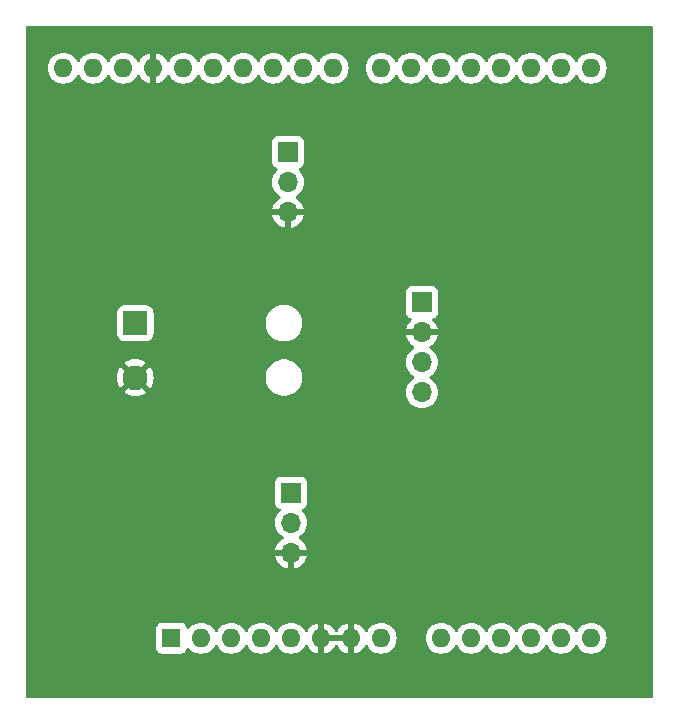
<source format=gbr>
%TF.GenerationSoftware,KiCad,Pcbnew,8.0.6*%
%TF.CreationDate,2025-01-14T17:09:45+01:00*%
%TF.ProjectId,Nivelador Laser,4e697665-6c61-4646-9f72-204c61736572,rev?*%
%TF.SameCoordinates,Original*%
%TF.FileFunction,Copper,L2,Bot*%
%TF.FilePolarity,Positive*%
%FSLAX46Y46*%
G04 Gerber Fmt 4.6, Leading zero omitted, Abs format (unit mm)*
G04 Created by KiCad (PCBNEW 8.0.6) date 2025-01-14 17:09:45*
%MOMM*%
%LPD*%
G01*
G04 APERTURE LIST*
G04 Aperture macros list*
%AMRoundRect*
0 Rectangle with rounded corners*
0 $1 Rounding radius*
0 $2 $3 $4 $5 $6 $7 $8 $9 X,Y pos of 4 corners*
0 Add a 4 corners polygon primitive as box body*
4,1,4,$2,$3,$4,$5,$6,$7,$8,$9,$2,$3,0*
0 Add four circle primitives for the rounded corners*
1,1,$1+$1,$2,$3*
1,1,$1+$1,$4,$5*
1,1,$1+$1,$6,$7*
1,1,$1+$1,$8,$9*
0 Add four rect primitives between the rounded corners*
20,1,$1+$1,$2,$3,$4,$5,0*
20,1,$1+$1,$4,$5,$6,$7,0*
20,1,$1+$1,$6,$7,$8,$9,0*
20,1,$1+$1,$8,$9,$2,$3,0*%
G04 Aperture macros list end*
%TA.AperFunction,ComponentPad*%
%ADD10R,1.700000X1.700000*%
%TD*%
%TA.AperFunction,ComponentPad*%
%ADD11O,1.700000X1.700000*%
%TD*%
%TA.AperFunction,ComponentPad*%
%ADD12RoundRect,0.250001X-0.799999X0.799999X-0.799999X-0.799999X0.799999X-0.799999X0.799999X0.799999X0*%
%TD*%
%TA.AperFunction,ComponentPad*%
%ADD13C,2.100000*%
%TD*%
%TA.AperFunction,ComponentPad*%
%ADD14R,1.600000X1.600000*%
%TD*%
%TA.AperFunction,ComponentPad*%
%ADD15O,1.600000X1.600000*%
%TD*%
G04 APERTURE END LIST*
D10*
%TO.P,Servo2,1,PWM*%
%TO.N,/SV2*%
X175895000Y-54864000D03*
D11*
%TO.P,Servo2,2,+*%
%TO.N,+5V*%
X175895000Y-57404000D03*
%TO.P,Servo2,3,-*%
%TO.N,GND*%
X175895000Y-59944000D03*
%TD*%
D10*
%TO.P,IMU1,1,Pin_1*%
%TO.N,+5V*%
X187223000Y-67574000D03*
D11*
%TO.P,IMU1,2,Pin_2*%
%TO.N,GND*%
X187223000Y-70114000D03*
%TO.P,IMU1,3,Pin_3*%
%TO.N,/IMU_SCL*%
X187223000Y-72654000D03*
%TO.P,IMU1,4,Pin_4*%
%TO.N,/IMU_SDA*%
X187223000Y-75194000D03*
%TD*%
D10*
%TO.P,Servo1,1,PWM*%
%TO.N,/SV1*%
X176149000Y-83693000D03*
D11*
%TO.P,Servo1,2,+*%
%TO.N,+5V*%
X176149000Y-86233000D03*
%TO.P,Servo1,3,-*%
%TO.N,GND*%
X176149000Y-88773000D03*
%TD*%
D12*
%TO.P,Laser1,1,Pin_1*%
%TO.N,/LSR*%
X162941000Y-69342000D03*
D13*
%TO.P,Laser1,2,Pin_2*%
%TO.N,GND*%
X162941000Y-73942000D03*
%TD*%
D14*
%TO.P,UNO1,1,NC*%
%TO.N,unconnected-(UNO1-NC-Pad1)*%
X165989000Y-96012000D03*
D15*
%TO.P,UNO1,2,IOREF*%
%TO.N,unconnected-(UNO1-IOREF-Pad2)*%
X168529000Y-96012000D03*
%TO.P,UNO1,3,~{RESET}*%
%TO.N,unconnected-(UNO1-~{RESET}-Pad3)*%
X171069000Y-96012000D03*
%TO.P,UNO1,4,3V3*%
%TO.N,unconnected-(UNO1-3V3-Pad4)*%
X173609000Y-96012000D03*
%TO.P,UNO1,5,+5V*%
%TO.N,+5V*%
X176149000Y-96012000D03*
%TO.P,UNO1,6,GND*%
%TO.N,GND*%
X178689000Y-96012000D03*
%TO.P,UNO1,7,GND*%
X181229000Y-96012000D03*
%TO.P,UNO1,8,VIN*%
%TO.N,unconnected-(UNO1-VIN-Pad8)*%
X183769000Y-96012000D03*
%TO.P,UNO1,9,A0*%
%TO.N,unconnected-(UNO1-A0-Pad9)*%
X188849000Y-96012000D03*
%TO.P,UNO1,10,A1*%
%TO.N,unconnected-(UNO1-A1-Pad10)*%
X191389000Y-96012000D03*
%TO.P,UNO1,11,A2*%
%TO.N,unconnected-(UNO1-A2-Pad11)*%
X193929000Y-96012000D03*
%TO.P,UNO1,12,A3*%
%TO.N,unconnected-(UNO1-A3-Pad12)*%
X196469000Y-96012000D03*
%TO.P,UNO1,13,SDA/A4*%
%TO.N,/IMU_SDA*%
X199009000Y-96012000D03*
%TO.P,UNO1,14,SCL/A5*%
%TO.N,/IMU_SCL*%
X201549000Y-96012000D03*
%TO.P,UNO1,15,D0/RX*%
%TO.N,unconnected-(UNO1-D0{slash}RX-Pad15)*%
X201549000Y-47752000D03*
%TO.P,UNO1,16,D1/TX*%
%TO.N,unconnected-(UNO1-D1{slash}TX-Pad16)*%
X199009000Y-47752000D03*
%TO.P,UNO1,17,D2*%
%TO.N,unconnected-(UNO1-D2-Pad17)*%
X196469000Y-47752000D03*
%TO.P,UNO1,18,D3*%
%TO.N,unconnected-(UNO1-D3-Pad18)*%
X193929000Y-47752000D03*
%TO.P,UNO1,19,D4*%
%TO.N,unconnected-(UNO1-D4-Pad19)*%
X191389000Y-47752000D03*
%TO.P,UNO1,20,D5*%
%TO.N,/SV1*%
X188849000Y-47752000D03*
%TO.P,UNO1,21,D6*%
%TO.N,/SV2*%
X186309000Y-47752000D03*
%TO.P,UNO1,22,D7*%
%TO.N,/LSR*%
X183769000Y-47752000D03*
%TO.P,UNO1,23,D8*%
%TO.N,unconnected-(UNO1-D8-Pad23)*%
X179709000Y-47752000D03*
%TO.P,UNO1,24,D9*%
%TO.N,unconnected-(UNO1-D9-Pad24)*%
X177169000Y-47752000D03*
%TO.P,UNO1,25,D10*%
%TO.N,unconnected-(UNO1-D10-Pad25)*%
X174629000Y-47752000D03*
%TO.P,UNO1,26,D11*%
%TO.N,unconnected-(UNO1-D11-Pad26)*%
X172089000Y-47752000D03*
%TO.P,UNO1,27,D12*%
%TO.N,unconnected-(UNO1-D12-Pad27)*%
X169549000Y-47752000D03*
%TO.P,UNO1,28,D13*%
%TO.N,unconnected-(UNO1-D13-Pad28)*%
X167009000Y-47752000D03*
%TO.P,UNO1,29,GND*%
%TO.N,GND*%
X164469000Y-47752000D03*
%TO.P,UNO1,30,AREF*%
%TO.N,unconnected-(UNO1-AREF-Pad30)*%
X161929000Y-47752000D03*
%TO.P,UNO1,31,SDA/A4*%
%TO.N,unconnected-(UNO1-SDA{slash}A4-Pad31)*%
X159389000Y-47752000D03*
%TO.P,UNO1,32,SCL/A5*%
%TO.N,unconnected-(UNO1-SCL{slash}A5-Pad32)*%
X156849000Y-47752000D03*
%TD*%
%TA.AperFunction,Conductor*%
%TO.N,GND*%
G36*
X180763075Y-95819007D02*
G01*
X180729000Y-95946174D01*
X180729000Y-96077826D01*
X180763075Y-96204993D01*
X180795988Y-96262000D01*
X179122012Y-96262000D01*
X179154925Y-96204993D01*
X179189000Y-96077826D01*
X179189000Y-95946174D01*
X179154925Y-95819007D01*
X179122012Y-95762000D01*
X180795988Y-95762000D01*
X180763075Y-95819007D01*
G37*
%TD.AperFunction*%
%TA.AperFunction,Conductor*%
G36*
X206706539Y-44208185D02*
G01*
X206752294Y-44260989D01*
X206763500Y-44312500D01*
X206763500Y-100975500D01*
X206743815Y-101042539D01*
X206691011Y-101088294D01*
X206639500Y-101099500D01*
X153786500Y-101099500D01*
X153719461Y-101079815D01*
X153673706Y-101027011D01*
X153662500Y-100975500D01*
X153662500Y-95164135D01*
X164688500Y-95164135D01*
X164688500Y-96859870D01*
X164688501Y-96859876D01*
X164694908Y-96919483D01*
X164745202Y-97054328D01*
X164745206Y-97054335D01*
X164831452Y-97169544D01*
X164831455Y-97169547D01*
X164946664Y-97255793D01*
X164946671Y-97255797D01*
X165081517Y-97306091D01*
X165081516Y-97306091D01*
X165088444Y-97306835D01*
X165141127Y-97312500D01*
X166836872Y-97312499D01*
X166896483Y-97306091D01*
X167031331Y-97255796D01*
X167146546Y-97169546D01*
X167232796Y-97054331D01*
X167283091Y-96919483D01*
X167286862Y-96884401D01*
X167313599Y-96819855D01*
X167370990Y-96780006D01*
X167440816Y-96777511D01*
X167500905Y-96813163D01*
X167511726Y-96826536D01*
X167528956Y-96851143D01*
X167689858Y-97012045D01*
X167689861Y-97012047D01*
X167876266Y-97142568D01*
X168082504Y-97238739D01*
X168302308Y-97297635D01*
X168464230Y-97311801D01*
X168528998Y-97317468D01*
X168529000Y-97317468D01*
X168529002Y-97317468D01*
X168585807Y-97312498D01*
X168755692Y-97297635D01*
X168975496Y-97238739D01*
X169181734Y-97142568D01*
X169368139Y-97012047D01*
X169529047Y-96851139D01*
X169659568Y-96664734D01*
X169686618Y-96606724D01*
X169732790Y-96554285D01*
X169799983Y-96535133D01*
X169866865Y-96555348D01*
X169911382Y-96606725D01*
X169938429Y-96664728D01*
X169938432Y-96664734D01*
X170068954Y-96851141D01*
X170229858Y-97012045D01*
X170229861Y-97012047D01*
X170416266Y-97142568D01*
X170622504Y-97238739D01*
X170842308Y-97297635D01*
X171004230Y-97311801D01*
X171068998Y-97317468D01*
X171069000Y-97317468D01*
X171069002Y-97317468D01*
X171125807Y-97312498D01*
X171295692Y-97297635D01*
X171515496Y-97238739D01*
X171721734Y-97142568D01*
X171908139Y-97012047D01*
X172069047Y-96851139D01*
X172199568Y-96664734D01*
X172226618Y-96606724D01*
X172272790Y-96554285D01*
X172339983Y-96535133D01*
X172406865Y-96555348D01*
X172451382Y-96606725D01*
X172478429Y-96664728D01*
X172478432Y-96664734D01*
X172608954Y-96851141D01*
X172769858Y-97012045D01*
X172769861Y-97012047D01*
X172956266Y-97142568D01*
X173162504Y-97238739D01*
X173382308Y-97297635D01*
X173544230Y-97311801D01*
X173608998Y-97317468D01*
X173609000Y-97317468D01*
X173609002Y-97317468D01*
X173665807Y-97312498D01*
X173835692Y-97297635D01*
X174055496Y-97238739D01*
X174261734Y-97142568D01*
X174448139Y-97012047D01*
X174609047Y-96851139D01*
X174739568Y-96664734D01*
X174766618Y-96606724D01*
X174812790Y-96554285D01*
X174879983Y-96535133D01*
X174946865Y-96555348D01*
X174991382Y-96606725D01*
X175018429Y-96664728D01*
X175018432Y-96664734D01*
X175148954Y-96851141D01*
X175309858Y-97012045D01*
X175309861Y-97012047D01*
X175496266Y-97142568D01*
X175702504Y-97238739D01*
X175922308Y-97297635D01*
X176084230Y-97311801D01*
X176148998Y-97317468D01*
X176149000Y-97317468D01*
X176149002Y-97317468D01*
X176205807Y-97312498D01*
X176375692Y-97297635D01*
X176595496Y-97238739D01*
X176801734Y-97142568D01*
X176988139Y-97012047D01*
X177149047Y-96851139D01*
X177279568Y-96664734D01*
X177306895Y-96606129D01*
X177353064Y-96553695D01*
X177420257Y-96534542D01*
X177487139Y-96554757D01*
X177531657Y-96606133D01*
X177558865Y-96664482D01*
X177689342Y-96850820D01*
X177850179Y-97011657D01*
X178036517Y-97142134D01*
X178242673Y-97238265D01*
X178242682Y-97238269D01*
X178438999Y-97290872D01*
X178439000Y-97290871D01*
X178439000Y-96445012D01*
X178496007Y-96477925D01*
X178623174Y-96512000D01*
X178754826Y-96512000D01*
X178881993Y-96477925D01*
X178939000Y-96445012D01*
X178939000Y-97290872D01*
X179135317Y-97238269D01*
X179135326Y-97238265D01*
X179341482Y-97142134D01*
X179527820Y-97011657D01*
X179688657Y-96850820D01*
X179819134Y-96664481D01*
X179819135Y-96664479D01*
X179846618Y-96605543D01*
X179892790Y-96553103D01*
X179959983Y-96533951D01*
X180026864Y-96554166D01*
X180071382Y-96605543D01*
X180098864Y-96664479D01*
X180098865Y-96664481D01*
X180229342Y-96850820D01*
X180390179Y-97011657D01*
X180576517Y-97142134D01*
X180782673Y-97238265D01*
X180782682Y-97238269D01*
X180978999Y-97290872D01*
X180979000Y-97290871D01*
X180979000Y-96445012D01*
X181036007Y-96477925D01*
X181163174Y-96512000D01*
X181294826Y-96512000D01*
X181421993Y-96477925D01*
X181479000Y-96445012D01*
X181479000Y-97290872D01*
X181675317Y-97238269D01*
X181675326Y-97238265D01*
X181881482Y-97142134D01*
X182067820Y-97011657D01*
X182228657Y-96850820D01*
X182359132Y-96664484D01*
X182386341Y-96606134D01*
X182432513Y-96553695D01*
X182499707Y-96534542D01*
X182566588Y-96554757D01*
X182611106Y-96606133D01*
X182638431Y-96664732D01*
X182638432Y-96664734D01*
X182768954Y-96851141D01*
X182929858Y-97012045D01*
X182929861Y-97012047D01*
X183116266Y-97142568D01*
X183322504Y-97238739D01*
X183542308Y-97297635D01*
X183704230Y-97311801D01*
X183768998Y-97317468D01*
X183769000Y-97317468D01*
X183769002Y-97317468D01*
X183825807Y-97312498D01*
X183995692Y-97297635D01*
X184215496Y-97238739D01*
X184421734Y-97142568D01*
X184608139Y-97012047D01*
X184769047Y-96851139D01*
X184899568Y-96664734D01*
X184995739Y-96458496D01*
X185054635Y-96238692D01*
X185074468Y-96012000D01*
X185074468Y-96011998D01*
X187543532Y-96011998D01*
X187543532Y-96012001D01*
X187563364Y-96238686D01*
X187563366Y-96238697D01*
X187622258Y-96458488D01*
X187622261Y-96458497D01*
X187718431Y-96664732D01*
X187718432Y-96664734D01*
X187848954Y-96851141D01*
X188009858Y-97012045D01*
X188009861Y-97012047D01*
X188196266Y-97142568D01*
X188402504Y-97238739D01*
X188622308Y-97297635D01*
X188784230Y-97311801D01*
X188848998Y-97317468D01*
X188849000Y-97317468D01*
X188849002Y-97317468D01*
X188905807Y-97312498D01*
X189075692Y-97297635D01*
X189295496Y-97238739D01*
X189501734Y-97142568D01*
X189688139Y-97012047D01*
X189849047Y-96851139D01*
X189979568Y-96664734D01*
X190006618Y-96606724D01*
X190052790Y-96554285D01*
X190119983Y-96535133D01*
X190186865Y-96555348D01*
X190231382Y-96606725D01*
X190258429Y-96664728D01*
X190258432Y-96664734D01*
X190388954Y-96851141D01*
X190549858Y-97012045D01*
X190549861Y-97012047D01*
X190736266Y-97142568D01*
X190942504Y-97238739D01*
X191162308Y-97297635D01*
X191324230Y-97311801D01*
X191388998Y-97317468D01*
X191389000Y-97317468D01*
X191389002Y-97317468D01*
X191445807Y-97312498D01*
X191615692Y-97297635D01*
X191835496Y-97238739D01*
X192041734Y-97142568D01*
X192228139Y-97012047D01*
X192389047Y-96851139D01*
X192519568Y-96664734D01*
X192546618Y-96606724D01*
X192592790Y-96554285D01*
X192659983Y-96535133D01*
X192726865Y-96555348D01*
X192771382Y-96606725D01*
X192798429Y-96664728D01*
X192798432Y-96664734D01*
X192928954Y-96851141D01*
X193089858Y-97012045D01*
X193089861Y-97012047D01*
X193276266Y-97142568D01*
X193482504Y-97238739D01*
X193702308Y-97297635D01*
X193864230Y-97311801D01*
X193928998Y-97317468D01*
X193929000Y-97317468D01*
X193929002Y-97317468D01*
X193985807Y-97312498D01*
X194155692Y-97297635D01*
X194375496Y-97238739D01*
X194581734Y-97142568D01*
X194768139Y-97012047D01*
X194929047Y-96851139D01*
X195059568Y-96664734D01*
X195086618Y-96606724D01*
X195132790Y-96554285D01*
X195199983Y-96535133D01*
X195266865Y-96555348D01*
X195311382Y-96606725D01*
X195338429Y-96664728D01*
X195338432Y-96664734D01*
X195468954Y-96851141D01*
X195629858Y-97012045D01*
X195629861Y-97012047D01*
X195816266Y-97142568D01*
X196022504Y-97238739D01*
X196242308Y-97297635D01*
X196404230Y-97311801D01*
X196468998Y-97317468D01*
X196469000Y-97317468D01*
X196469002Y-97317468D01*
X196525807Y-97312498D01*
X196695692Y-97297635D01*
X196915496Y-97238739D01*
X197121734Y-97142568D01*
X197308139Y-97012047D01*
X197469047Y-96851139D01*
X197599568Y-96664734D01*
X197626618Y-96606724D01*
X197672790Y-96554285D01*
X197739983Y-96535133D01*
X197806865Y-96555348D01*
X197851382Y-96606725D01*
X197878429Y-96664728D01*
X197878432Y-96664734D01*
X198008954Y-96851141D01*
X198169858Y-97012045D01*
X198169861Y-97012047D01*
X198356266Y-97142568D01*
X198562504Y-97238739D01*
X198782308Y-97297635D01*
X198944230Y-97311801D01*
X199008998Y-97317468D01*
X199009000Y-97317468D01*
X199009002Y-97317468D01*
X199065807Y-97312498D01*
X199235692Y-97297635D01*
X199455496Y-97238739D01*
X199661734Y-97142568D01*
X199848139Y-97012047D01*
X200009047Y-96851139D01*
X200139568Y-96664734D01*
X200166618Y-96606724D01*
X200212790Y-96554285D01*
X200279983Y-96535133D01*
X200346865Y-96555348D01*
X200391382Y-96606725D01*
X200418429Y-96664728D01*
X200418432Y-96664734D01*
X200548954Y-96851141D01*
X200709858Y-97012045D01*
X200709861Y-97012047D01*
X200896266Y-97142568D01*
X201102504Y-97238739D01*
X201322308Y-97297635D01*
X201484230Y-97311801D01*
X201548998Y-97317468D01*
X201549000Y-97317468D01*
X201549002Y-97317468D01*
X201605807Y-97312498D01*
X201775692Y-97297635D01*
X201995496Y-97238739D01*
X202201734Y-97142568D01*
X202388139Y-97012047D01*
X202549047Y-96851139D01*
X202679568Y-96664734D01*
X202775739Y-96458496D01*
X202834635Y-96238692D01*
X202854468Y-96012000D01*
X202834635Y-95785308D01*
X202775739Y-95565504D01*
X202679568Y-95359266D01*
X202549047Y-95172861D01*
X202549045Y-95172858D01*
X202388141Y-95011954D01*
X202201734Y-94881432D01*
X202201732Y-94881431D01*
X201995497Y-94785261D01*
X201995488Y-94785258D01*
X201775697Y-94726366D01*
X201775693Y-94726365D01*
X201775692Y-94726365D01*
X201775691Y-94726364D01*
X201775686Y-94726364D01*
X201549002Y-94706532D01*
X201548998Y-94706532D01*
X201322313Y-94726364D01*
X201322302Y-94726366D01*
X201102511Y-94785258D01*
X201102502Y-94785261D01*
X200896267Y-94881431D01*
X200896265Y-94881432D01*
X200709858Y-95011954D01*
X200548954Y-95172858D01*
X200418432Y-95359265D01*
X200418431Y-95359267D01*
X200391382Y-95417275D01*
X200345209Y-95469714D01*
X200278016Y-95488866D01*
X200211135Y-95468650D01*
X200166618Y-95417275D01*
X200139686Y-95359520D01*
X200139568Y-95359266D01*
X200009047Y-95172861D01*
X200009045Y-95172858D01*
X199848141Y-95011954D01*
X199661734Y-94881432D01*
X199661732Y-94881431D01*
X199455497Y-94785261D01*
X199455488Y-94785258D01*
X199235697Y-94726366D01*
X199235693Y-94726365D01*
X199235692Y-94726365D01*
X199235691Y-94726364D01*
X199235686Y-94726364D01*
X199009002Y-94706532D01*
X199008998Y-94706532D01*
X198782313Y-94726364D01*
X198782302Y-94726366D01*
X198562511Y-94785258D01*
X198562502Y-94785261D01*
X198356267Y-94881431D01*
X198356265Y-94881432D01*
X198169858Y-95011954D01*
X198008954Y-95172858D01*
X197878432Y-95359265D01*
X197878431Y-95359267D01*
X197851382Y-95417275D01*
X197805209Y-95469714D01*
X197738016Y-95488866D01*
X197671135Y-95468650D01*
X197626618Y-95417275D01*
X197599686Y-95359520D01*
X197599568Y-95359266D01*
X197469047Y-95172861D01*
X197469045Y-95172858D01*
X197308141Y-95011954D01*
X197121734Y-94881432D01*
X197121732Y-94881431D01*
X196915497Y-94785261D01*
X196915488Y-94785258D01*
X196695697Y-94726366D01*
X196695693Y-94726365D01*
X196695692Y-94726365D01*
X196695691Y-94726364D01*
X196695686Y-94726364D01*
X196469002Y-94706532D01*
X196468998Y-94706532D01*
X196242313Y-94726364D01*
X196242302Y-94726366D01*
X196022511Y-94785258D01*
X196022502Y-94785261D01*
X195816267Y-94881431D01*
X195816265Y-94881432D01*
X195629858Y-95011954D01*
X195468954Y-95172858D01*
X195338432Y-95359265D01*
X195338431Y-95359267D01*
X195311382Y-95417275D01*
X195265209Y-95469714D01*
X195198016Y-95488866D01*
X195131135Y-95468650D01*
X195086618Y-95417275D01*
X195059686Y-95359520D01*
X195059568Y-95359266D01*
X194929047Y-95172861D01*
X194929045Y-95172858D01*
X194768141Y-95011954D01*
X194581734Y-94881432D01*
X194581732Y-94881431D01*
X194375497Y-94785261D01*
X194375488Y-94785258D01*
X194155697Y-94726366D01*
X194155693Y-94726365D01*
X194155692Y-94726365D01*
X194155691Y-94726364D01*
X194155686Y-94726364D01*
X193929002Y-94706532D01*
X193928998Y-94706532D01*
X193702313Y-94726364D01*
X193702302Y-94726366D01*
X193482511Y-94785258D01*
X193482502Y-94785261D01*
X193276267Y-94881431D01*
X193276265Y-94881432D01*
X193089858Y-95011954D01*
X192928954Y-95172858D01*
X192798432Y-95359265D01*
X192798431Y-95359267D01*
X192771382Y-95417275D01*
X192725209Y-95469714D01*
X192658016Y-95488866D01*
X192591135Y-95468650D01*
X192546618Y-95417275D01*
X192519686Y-95359520D01*
X192519568Y-95359266D01*
X192389047Y-95172861D01*
X192389045Y-95172858D01*
X192228141Y-95011954D01*
X192041734Y-94881432D01*
X192041732Y-94881431D01*
X191835497Y-94785261D01*
X191835488Y-94785258D01*
X191615697Y-94726366D01*
X191615693Y-94726365D01*
X191615692Y-94726365D01*
X191615691Y-94726364D01*
X191615686Y-94726364D01*
X191389002Y-94706532D01*
X191388998Y-94706532D01*
X191162313Y-94726364D01*
X191162302Y-94726366D01*
X190942511Y-94785258D01*
X190942502Y-94785261D01*
X190736267Y-94881431D01*
X190736265Y-94881432D01*
X190549858Y-95011954D01*
X190388954Y-95172858D01*
X190258432Y-95359265D01*
X190258431Y-95359267D01*
X190231382Y-95417275D01*
X190185209Y-95469714D01*
X190118016Y-95488866D01*
X190051135Y-95468650D01*
X190006618Y-95417275D01*
X189979686Y-95359520D01*
X189979568Y-95359266D01*
X189849047Y-95172861D01*
X189849045Y-95172858D01*
X189688141Y-95011954D01*
X189501734Y-94881432D01*
X189501732Y-94881431D01*
X189295497Y-94785261D01*
X189295488Y-94785258D01*
X189075697Y-94726366D01*
X189075693Y-94726365D01*
X189075692Y-94726365D01*
X189075691Y-94726364D01*
X189075686Y-94726364D01*
X188849002Y-94706532D01*
X188848998Y-94706532D01*
X188622313Y-94726364D01*
X188622302Y-94726366D01*
X188402511Y-94785258D01*
X188402502Y-94785261D01*
X188196267Y-94881431D01*
X188196265Y-94881432D01*
X188009858Y-95011954D01*
X187848954Y-95172858D01*
X187718432Y-95359265D01*
X187718431Y-95359267D01*
X187622261Y-95565502D01*
X187622258Y-95565511D01*
X187563366Y-95785302D01*
X187563364Y-95785313D01*
X187543532Y-96011998D01*
X185074468Y-96011998D01*
X185054635Y-95785308D01*
X184995739Y-95565504D01*
X184899568Y-95359266D01*
X184769047Y-95172861D01*
X184769045Y-95172858D01*
X184608141Y-95011954D01*
X184421734Y-94881432D01*
X184421732Y-94881431D01*
X184215497Y-94785261D01*
X184215488Y-94785258D01*
X183995697Y-94726366D01*
X183995693Y-94726365D01*
X183995692Y-94726365D01*
X183995691Y-94726364D01*
X183995686Y-94726364D01*
X183769002Y-94706532D01*
X183768998Y-94706532D01*
X183542313Y-94726364D01*
X183542302Y-94726366D01*
X183322511Y-94785258D01*
X183322502Y-94785261D01*
X183116267Y-94881431D01*
X183116265Y-94881432D01*
X182929858Y-95011954D01*
X182768954Y-95172858D01*
X182638433Y-95359264D01*
X182638432Y-95359266D01*
X182638315Y-95359518D01*
X182611106Y-95417867D01*
X182564933Y-95470306D01*
X182497739Y-95489457D01*
X182430858Y-95469241D01*
X182386342Y-95417865D01*
X182359135Y-95359520D01*
X182359134Y-95359518D01*
X182228657Y-95173179D01*
X182067820Y-95012342D01*
X181881482Y-94881865D01*
X181675328Y-94785734D01*
X181479000Y-94733127D01*
X181479000Y-95578988D01*
X181421993Y-95546075D01*
X181294826Y-95512000D01*
X181163174Y-95512000D01*
X181036007Y-95546075D01*
X180979000Y-95578988D01*
X180979000Y-94733127D01*
X180782671Y-94785734D01*
X180576517Y-94881865D01*
X180390179Y-95012342D01*
X180229342Y-95173179D01*
X180098865Y-95359517D01*
X180071382Y-95418457D01*
X180025210Y-95470896D01*
X179958016Y-95490048D01*
X179891135Y-95469832D01*
X179846618Y-95418457D01*
X179819134Y-95359517D01*
X179688657Y-95173179D01*
X179527820Y-95012342D01*
X179341482Y-94881865D01*
X179135328Y-94785734D01*
X178939000Y-94733127D01*
X178939000Y-95578988D01*
X178881993Y-95546075D01*
X178754826Y-95512000D01*
X178623174Y-95512000D01*
X178496007Y-95546075D01*
X178439000Y-95578988D01*
X178439000Y-94733127D01*
X178242671Y-94785734D01*
X178036517Y-94881865D01*
X177850179Y-95012342D01*
X177689342Y-95173179D01*
X177558867Y-95359515D01*
X177531657Y-95417867D01*
X177485484Y-95470306D01*
X177418290Y-95489457D01*
X177351409Y-95469241D01*
X177306893Y-95417865D01*
X177279685Y-95359518D01*
X177279568Y-95359266D01*
X177149047Y-95172861D01*
X177149045Y-95172858D01*
X176988141Y-95011954D01*
X176801734Y-94881432D01*
X176801732Y-94881431D01*
X176595497Y-94785261D01*
X176595488Y-94785258D01*
X176375697Y-94726366D01*
X176375693Y-94726365D01*
X176375692Y-94726365D01*
X176375691Y-94726364D01*
X176375686Y-94726364D01*
X176149002Y-94706532D01*
X176148998Y-94706532D01*
X175922313Y-94726364D01*
X175922302Y-94726366D01*
X175702511Y-94785258D01*
X175702502Y-94785261D01*
X175496267Y-94881431D01*
X175496265Y-94881432D01*
X175309858Y-95011954D01*
X175148954Y-95172858D01*
X175018432Y-95359265D01*
X175018431Y-95359267D01*
X174991382Y-95417275D01*
X174945209Y-95469714D01*
X174878016Y-95488866D01*
X174811135Y-95468650D01*
X174766618Y-95417275D01*
X174739686Y-95359520D01*
X174739568Y-95359266D01*
X174609047Y-95172861D01*
X174609045Y-95172858D01*
X174448141Y-95011954D01*
X174261734Y-94881432D01*
X174261732Y-94881431D01*
X174055497Y-94785261D01*
X174055488Y-94785258D01*
X173835697Y-94726366D01*
X173835693Y-94726365D01*
X173835692Y-94726365D01*
X173835691Y-94726364D01*
X173835686Y-94726364D01*
X173609002Y-94706532D01*
X173608998Y-94706532D01*
X173382313Y-94726364D01*
X173382302Y-94726366D01*
X173162511Y-94785258D01*
X173162502Y-94785261D01*
X172956267Y-94881431D01*
X172956265Y-94881432D01*
X172769858Y-95011954D01*
X172608954Y-95172858D01*
X172478432Y-95359265D01*
X172478431Y-95359267D01*
X172451382Y-95417275D01*
X172405209Y-95469714D01*
X172338016Y-95488866D01*
X172271135Y-95468650D01*
X172226618Y-95417275D01*
X172199686Y-95359520D01*
X172199568Y-95359266D01*
X172069047Y-95172861D01*
X172069045Y-95172858D01*
X171908141Y-95011954D01*
X171721734Y-94881432D01*
X171721732Y-94881431D01*
X171515497Y-94785261D01*
X171515488Y-94785258D01*
X171295697Y-94726366D01*
X171295693Y-94726365D01*
X171295692Y-94726365D01*
X171295691Y-94726364D01*
X171295686Y-94726364D01*
X171069002Y-94706532D01*
X171068998Y-94706532D01*
X170842313Y-94726364D01*
X170842302Y-94726366D01*
X170622511Y-94785258D01*
X170622502Y-94785261D01*
X170416267Y-94881431D01*
X170416265Y-94881432D01*
X170229858Y-95011954D01*
X170068954Y-95172858D01*
X169938432Y-95359265D01*
X169938431Y-95359267D01*
X169911382Y-95417275D01*
X169865209Y-95469714D01*
X169798016Y-95488866D01*
X169731135Y-95468650D01*
X169686618Y-95417275D01*
X169659686Y-95359520D01*
X169659568Y-95359266D01*
X169529047Y-95172861D01*
X169529045Y-95172858D01*
X169368141Y-95011954D01*
X169181734Y-94881432D01*
X169181732Y-94881431D01*
X168975497Y-94785261D01*
X168975488Y-94785258D01*
X168755697Y-94726366D01*
X168755693Y-94726365D01*
X168755692Y-94726365D01*
X168755691Y-94726364D01*
X168755686Y-94726364D01*
X168529002Y-94706532D01*
X168528998Y-94706532D01*
X168302313Y-94726364D01*
X168302302Y-94726366D01*
X168082511Y-94785258D01*
X168082502Y-94785261D01*
X167876267Y-94881431D01*
X167876265Y-94881432D01*
X167689858Y-95011954D01*
X167528954Y-95172858D01*
X167511725Y-95197464D01*
X167457147Y-95241088D01*
X167387648Y-95248280D01*
X167325294Y-95216757D01*
X167289882Y-95156526D01*
X167286861Y-95139591D01*
X167283091Y-95104516D01*
X167232797Y-94969671D01*
X167232793Y-94969664D01*
X167146547Y-94854455D01*
X167146544Y-94854452D01*
X167031335Y-94768206D01*
X167031328Y-94768202D01*
X166896482Y-94717908D01*
X166896483Y-94717908D01*
X166836883Y-94711501D01*
X166836881Y-94711500D01*
X166836873Y-94711500D01*
X166836864Y-94711500D01*
X165141129Y-94711500D01*
X165141123Y-94711501D01*
X165081516Y-94717908D01*
X164946671Y-94768202D01*
X164946664Y-94768206D01*
X164831455Y-94854452D01*
X164831452Y-94854455D01*
X164745206Y-94969664D01*
X164745202Y-94969671D01*
X164694908Y-95104517D01*
X164688501Y-95164116D01*
X164688500Y-95164135D01*
X153662500Y-95164135D01*
X153662500Y-86232999D01*
X174793341Y-86232999D01*
X174793341Y-86233000D01*
X174813936Y-86468403D01*
X174813938Y-86468413D01*
X174875094Y-86696655D01*
X174875096Y-86696659D01*
X174875097Y-86696663D01*
X174974965Y-86910830D01*
X174974967Y-86910834D01*
X175110501Y-87104395D01*
X175110506Y-87104402D01*
X175277597Y-87271493D01*
X175277603Y-87271498D01*
X175463594Y-87401730D01*
X175507219Y-87456307D01*
X175514413Y-87525805D01*
X175482890Y-87588160D01*
X175463595Y-87604880D01*
X175277922Y-87734890D01*
X175277920Y-87734891D01*
X175110891Y-87901920D01*
X175110886Y-87901926D01*
X174975400Y-88095420D01*
X174975399Y-88095422D01*
X174875570Y-88309507D01*
X174875567Y-88309513D01*
X174818364Y-88522999D01*
X174818364Y-88523000D01*
X175715988Y-88523000D01*
X175683075Y-88580007D01*
X175649000Y-88707174D01*
X175649000Y-88838826D01*
X175683075Y-88965993D01*
X175715988Y-89023000D01*
X174818364Y-89023000D01*
X174875567Y-89236486D01*
X174875570Y-89236492D01*
X174975399Y-89450578D01*
X175110894Y-89644082D01*
X175277917Y-89811105D01*
X175471421Y-89946600D01*
X175685507Y-90046429D01*
X175685516Y-90046433D01*
X175899000Y-90103634D01*
X175899000Y-89206012D01*
X175956007Y-89238925D01*
X176083174Y-89273000D01*
X176214826Y-89273000D01*
X176341993Y-89238925D01*
X176399000Y-89206012D01*
X176399000Y-90103633D01*
X176612483Y-90046433D01*
X176612492Y-90046429D01*
X176826578Y-89946600D01*
X177020082Y-89811105D01*
X177187105Y-89644082D01*
X177322600Y-89450578D01*
X177422429Y-89236492D01*
X177422432Y-89236486D01*
X177479636Y-89023000D01*
X176582012Y-89023000D01*
X176614925Y-88965993D01*
X176649000Y-88838826D01*
X176649000Y-88707174D01*
X176614925Y-88580007D01*
X176582012Y-88523000D01*
X177479636Y-88523000D01*
X177479635Y-88522999D01*
X177422432Y-88309513D01*
X177422429Y-88309507D01*
X177322600Y-88095422D01*
X177322599Y-88095420D01*
X177187113Y-87901926D01*
X177187108Y-87901920D01*
X177020078Y-87734890D01*
X176834405Y-87604879D01*
X176790780Y-87550302D01*
X176783588Y-87480804D01*
X176815110Y-87418449D01*
X176834406Y-87401730D01*
X177020401Y-87271495D01*
X177187495Y-87104401D01*
X177323035Y-86910830D01*
X177422903Y-86696663D01*
X177484063Y-86468408D01*
X177504659Y-86233000D01*
X177484063Y-85997592D01*
X177422903Y-85769337D01*
X177323035Y-85555171D01*
X177187495Y-85361599D01*
X177065567Y-85239671D01*
X177032084Y-85178351D01*
X177037068Y-85108659D01*
X177078939Y-85052725D01*
X177109915Y-85035810D01*
X177241331Y-84986796D01*
X177356546Y-84900546D01*
X177442796Y-84785331D01*
X177493091Y-84650483D01*
X177499500Y-84590873D01*
X177499499Y-82795128D01*
X177493091Y-82735517D01*
X177442796Y-82600669D01*
X177442795Y-82600668D01*
X177442793Y-82600664D01*
X177356547Y-82485455D01*
X177356544Y-82485452D01*
X177241335Y-82399206D01*
X177241328Y-82399202D01*
X177106482Y-82348908D01*
X177106483Y-82348908D01*
X177046883Y-82342501D01*
X177046881Y-82342500D01*
X177046873Y-82342500D01*
X177046864Y-82342500D01*
X175251129Y-82342500D01*
X175251123Y-82342501D01*
X175191516Y-82348908D01*
X175056671Y-82399202D01*
X175056664Y-82399206D01*
X174941455Y-82485452D01*
X174941452Y-82485455D01*
X174855206Y-82600664D01*
X174855202Y-82600671D01*
X174804908Y-82735517D01*
X174798501Y-82795116D01*
X174798501Y-82795123D01*
X174798500Y-82795135D01*
X174798500Y-84590870D01*
X174798501Y-84590876D01*
X174804908Y-84650483D01*
X174855202Y-84785328D01*
X174855206Y-84785335D01*
X174941452Y-84900544D01*
X174941455Y-84900547D01*
X175056664Y-84986793D01*
X175056671Y-84986797D01*
X175188081Y-85035810D01*
X175244015Y-85077681D01*
X175268432Y-85143145D01*
X175253580Y-85211418D01*
X175232430Y-85239673D01*
X175110503Y-85361600D01*
X174974965Y-85555169D01*
X174974964Y-85555171D01*
X174875098Y-85769335D01*
X174875094Y-85769344D01*
X174813938Y-85997586D01*
X174813936Y-85997596D01*
X174793341Y-86232999D01*
X153662500Y-86232999D01*
X153662500Y-73942000D01*
X161386207Y-73942000D01*
X161405348Y-74185219D01*
X161462303Y-74422457D01*
X161555668Y-74647861D01*
X161679504Y-74849941D01*
X162417212Y-74112233D01*
X162428482Y-74154292D01*
X162500890Y-74279708D01*
X162603292Y-74382110D01*
X162728708Y-74454518D01*
X162770765Y-74465787D01*
X162033057Y-75203494D01*
X162235138Y-75327331D01*
X162460542Y-75420696D01*
X162697780Y-75477651D01*
X162697779Y-75477651D01*
X162941000Y-75496792D01*
X163184219Y-75477651D01*
X163421457Y-75420696D01*
X163646861Y-75327331D01*
X163848941Y-75203495D01*
X163848941Y-75203494D01*
X163111235Y-74465787D01*
X163153292Y-74454518D01*
X163278708Y-74382110D01*
X163381110Y-74279708D01*
X163453518Y-74154292D01*
X163464787Y-74112234D01*
X164202494Y-74849941D01*
X164202495Y-74849941D01*
X164326331Y-74647861D01*
X164419696Y-74422457D01*
X164476651Y-74185219D01*
X164495792Y-73942000D01*
X164486189Y-73819973D01*
X173990500Y-73819973D01*
X173990500Y-74064026D01*
X174027170Y-74295553D01*
X174028679Y-74305076D01*
X174104096Y-74537185D01*
X174202515Y-74730344D01*
X174214896Y-74754642D01*
X174358339Y-74952076D01*
X174358343Y-74952081D01*
X174530918Y-75124656D01*
X174530923Y-75124660D01*
X174639430Y-75203494D01*
X174728361Y-75268106D01*
X174945815Y-75378904D01*
X175177924Y-75454321D01*
X175418973Y-75492500D01*
X175418974Y-75492500D01*
X175663026Y-75492500D01*
X175663027Y-75492500D01*
X175904076Y-75454321D01*
X176136185Y-75378904D01*
X176353639Y-75268106D01*
X176551083Y-75124655D01*
X176723655Y-74952083D01*
X176867106Y-74754639D01*
X176977904Y-74537185D01*
X177053321Y-74305076D01*
X177091500Y-74064027D01*
X177091500Y-73819973D01*
X177053321Y-73578924D01*
X176977904Y-73346815D01*
X176867106Y-73129361D01*
X176797864Y-73034057D01*
X176723660Y-72931923D01*
X176723656Y-72931918D01*
X176551081Y-72759343D01*
X176551076Y-72759339D01*
X176406087Y-72653999D01*
X185867341Y-72653999D01*
X185867341Y-72654000D01*
X185887936Y-72889403D01*
X185887938Y-72889413D01*
X185949094Y-73117655D01*
X185949096Y-73117659D01*
X185949097Y-73117663D01*
X185954552Y-73129361D01*
X186048965Y-73331830D01*
X186048967Y-73331834D01*
X186184501Y-73525395D01*
X186184506Y-73525402D01*
X186351597Y-73692493D01*
X186351603Y-73692498D01*
X186537158Y-73822425D01*
X186580783Y-73877002D01*
X186587977Y-73946500D01*
X186556454Y-74008855D01*
X186537158Y-74025575D01*
X186351597Y-74155505D01*
X186184505Y-74322597D01*
X186048965Y-74516169D01*
X186048964Y-74516171D01*
X185949098Y-74730335D01*
X185949094Y-74730344D01*
X185887938Y-74958586D01*
X185887936Y-74958596D01*
X185867341Y-75193999D01*
X185867341Y-75194000D01*
X185887936Y-75429403D01*
X185887938Y-75429413D01*
X185949094Y-75657655D01*
X185949096Y-75657659D01*
X185949097Y-75657663D01*
X186048965Y-75871830D01*
X186048967Y-75871834D01*
X186157281Y-76026521D01*
X186184505Y-76065401D01*
X186351599Y-76232495D01*
X186448384Y-76300265D01*
X186545165Y-76368032D01*
X186545167Y-76368033D01*
X186545170Y-76368035D01*
X186759337Y-76467903D01*
X186987592Y-76529063D01*
X187175918Y-76545539D01*
X187222999Y-76549659D01*
X187223000Y-76549659D01*
X187223001Y-76549659D01*
X187262234Y-76546226D01*
X187458408Y-76529063D01*
X187686663Y-76467903D01*
X187900830Y-76368035D01*
X188094401Y-76232495D01*
X188261495Y-76065401D01*
X188397035Y-75871830D01*
X188496903Y-75657663D01*
X188558063Y-75429408D01*
X188578659Y-75194000D01*
X188558063Y-74958592D01*
X188496903Y-74730337D01*
X188397035Y-74516171D01*
X188380111Y-74492000D01*
X188261494Y-74322597D01*
X188094402Y-74155506D01*
X188094396Y-74155501D01*
X187908842Y-74025575D01*
X187865217Y-73970998D01*
X187858023Y-73901500D01*
X187889546Y-73839145D01*
X187908842Y-73822425D01*
X188041255Y-73729708D01*
X188094401Y-73692495D01*
X188261495Y-73525401D01*
X188397035Y-73331830D01*
X188496903Y-73117663D01*
X188558063Y-72889408D01*
X188578659Y-72654000D01*
X188558063Y-72418592D01*
X188496903Y-72190337D01*
X188397035Y-71976171D01*
X188261495Y-71782599D01*
X188261494Y-71782597D01*
X188094402Y-71615506D01*
X188094401Y-71615505D01*
X187908405Y-71485269D01*
X187864781Y-71430692D01*
X187857588Y-71361193D01*
X187889110Y-71298839D01*
X187908405Y-71282119D01*
X188094082Y-71152105D01*
X188261105Y-70985082D01*
X188396600Y-70791578D01*
X188496429Y-70577492D01*
X188496432Y-70577486D01*
X188553636Y-70364000D01*
X187656012Y-70364000D01*
X187688925Y-70306993D01*
X187723000Y-70179826D01*
X187723000Y-70048174D01*
X187688925Y-69921007D01*
X187656012Y-69864000D01*
X188553636Y-69864000D01*
X188553635Y-69863999D01*
X188496432Y-69650513D01*
X188496429Y-69650507D01*
X188396600Y-69436422D01*
X188396599Y-69436420D01*
X188261113Y-69242926D01*
X188261108Y-69242920D01*
X188139053Y-69120865D01*
X188105568Y-69059542D01*
X188110552Y-68989850D01*
X188152424Y-68933917D01*
X188183400Y-68917002D01*
X188315331Y-68867796D01*
X188430546Y-68781546D01*
X188516796Y-68666331D01*
X188567091Y-68531483D01*
X188573500Y-68471873D01*
X188573499Y-66676128D01*
X188567091Y-66616517D01*
X188516796Y-66481669D01*
X188516795Y-66481668D01*
X188516793Y-66481664D01*
X188430547Y-66366455D01*
X188430544Y-66366452D01*
X188315335Y-66280206D01*
X188315328Y-66280202D01*
X188180482Y-66229908D01*
X188180483Y-66229908D01*
X188120883Y-66223501D01*
X188120881Y-66223500D01*
X188120873Y-66223500D01*
X188120864Y-66223500D01*
X186325129Y-66223500D01*
X186325123Y-66223501D01*
X186265516Y-66229908D01*
X186130671Y-66280202D01*
X186130664Y-66280206D01*
X186015455Y-66366452D01*
X186015452Y-66366455D01*
X185929206Y-66481664D01*
X185929202Y-66481671D01*
X185878908Y-66616517D01*
X185872501Y-66676116D01*
X185872501Y-66676123D01*
X185872500Y-66676135D01*
X185872500Y-68471870D01*
X185872501Y-68471876D01*
X185878908Y-68531483D01*
X185929202Y-68666328D01*
X185929206Y-68666335D01*
X186015452Y-68781544D01*
X186015455Y-68781547D01*
X186130664Y-68867793D01*
X186130671Y-68867797D01*
X186130674Y-68867798D01*
X186262598Y-68917002D01*
X186318531Y-68958873D01*
X186342949Y-69024337D01*
X186328098Y-69092610D01*
X186306947Y-69120865D01*
X186184886Y-69242926D01*
X186049400Y-69436420D01*
X186049399Y-69436422D01*
X185949570Y-69650507D01*
X185949567Y-69650513D01*
X185892364Y-69863999D01*
X185892364Y-69864000D01*
X186789988Y-69864000D01*
X186757075Y-69921007D01*
X186723000Y-70048174D01*
X186723000Y-70179826D01*
X186757075Y-70306993D01*
X186789988Y-70364000D01*
X185892364Y-70364000D01*
X185949567Y-70577486D01*
X185949570Y-70577492D01*
X186049399Y-70791578D01*
X186184894Y-70985082D01*
X186351917Y-71152105D01*
X186537595Y-71282119D01*
X186581219Y-71336696D01*
X186588412Y-71406195D01*
X186556890Y-71468549D01*
X186537595Y-71485269D01*
X186351594Y-71615508D01*
X186184505Y-71782597D01*
X186048965Y-71976169D01*
X186048964Y-71976171D01*
X185949098Y-72190335D01*
X185949094Y-72190344D01*
X185887938Y-72418586D01*
X185887936Y-72418596D01*
X185867341Y-72653999D01*
X176406087Y-72653999D01*
X176353642Y-72615896D01*
X176353641Y-72615895D01*
X176353639Y-72615894D01*
X176136185Y-72505096D01*
X175904076Y-72429679D01*
X175904074Y-72429678D01*
X175904072Y-72429678D01*
X175735769Y-72403021D01*
X175663027Y-72391500D01*
X175418973Y-72391500D01*
X175363093Y-72400350D01*
X175177927Y-72429678D01*
X174945812Y-72505097D01*
X174728357Y-72615896D01*
X174530923Y-72759339D01*
X174530918Y-72759343D01*
X174358343Y-72931918D01*
X174358339Y-72931923D01*
X174214896Y-73129357D01*
X174104097Y-73346812D01*
X174028678Y-73578927D01*
X173990500Y-73819973D01*
X164486189Y-73819973D01*
X164476651Y-73698780D01*
X164419696Y-73461542D01*
X164326331Y-73236138D01*
X164202494Y-73034057D01*
X163464787Y-73771764D01*
X163453518Y-73729708D01*
X163381110Y-73604292D01*
X163278708Y-73501890D01*
X163153292Y-73429482D01*
X163111234Y-73418212D01*
X163848941Y-72680504D01*
X163646861Y-72556668D01*
X163421457Y-72463303D01*
X163184219Y-72406348D01*
X163184220Y-72406348D01*
X162941000Y-72387207D01*
X162697780Y-72406348D01*
X162460542Y-72463303D01*
X162235138Y-72556668D01*
X162033057Y-72680504D01*
X162770766Y-73418212D01*
X162728708Y-73429482D01*
X162603292Y-73501890D01*
X162500890Y-73604292D01*
X162428482Y-73729708D01*
X162417212Y-73771765D01*
X161679504Y-73034057D01*
X161555668Y-73236138D01*
X161462303Y-73461542D01*
X161405348Y-73698780D01*
X161386207Y-73942000D01*
X153662500Y-73942000D01*
X153662500Y-68491984D01*
X161390500Y-68491984D01*
X161390500Y-70192015D01*
X161401000Y-70294795D01*
X161401001Y-70294797D01*
X161419983Y-70352081D01*
X161456186Y-70461335D01*
X161456187Y-70461337D01*
X161548286Y-70610651D01*
X161548289Y-70610655D01*
X161672344Y-70734710D01*
X161672348Y-70734713D01*
X161821662Y-70826812D01*
X161821664Y-70826813D01*
X161821666Y-70826814D01*
X161988203Y-70881999D01*
X162090992Y-70892500D01*
X162090997Y-70892500D01*
X163791003Y-70892500D01*
X163791008Y-70892500D01*
X163893797Y-70881999D01*
X164060334Y-70826814D01*
X164209655Y-70734711D01*
X164333711Y-70610655D01*
X164425814Y-70461334D01*
X164480999Y-70294797D01*
X164491500Y-70192008D01*
X164491500Y-69219973D01*
X173990500Y-69219973D01*
X173990500Y-69464027D01*
X174028679Y-69705076D01*
X174098839Y-69921007D01*
X174104097Y-69937187D01*
X174214896Y-70154642D01*
X174358339Y-70352076D01*
X174358343Y-70352081D01*
X174530918Y-70524656D01*
X174530923Y-70524660D01*
X174649286Y-70610655D01*
X174728361Y-70668106D01*
X174945815Y-70778904D01*
X175177924Y-70854321D01*
X175418973Y-70892500D01*
X175418974Y-70892500D01*
X175663026Y-70892500D01*
X175663027Y-70892500D01*
X175904076Y-70854321D01*
X176136185Y-70778904D01*
X176353639Y-70668106D01*
X176551083Y-70524655D01*
X176723655Y-70352083D01*
X176867106Y-70154639D01*
X176977904Y-69937185D01*
X177053321Y-69705076D01*
X177091500Y-69464027D01*
X177091500Y-69219973D01*
X177053321Y-68978924D01*
X176977904Y-68746815D01*
X176867106Y-68529361D01*
X176825338Y-68471872D01*
X176723660Y-68331923D01*
X176723656Y-68331918D01*
X176551081Y-68159343D01*
X176551076Y-68159339D01*
X176353642Y-68015896D01*
X176353641Y-68015895D01*
X176353639Y-68015894D01*
X176136185Y-67905096D01*
X175904076Y-67829679D01*
X175904074Y-67829678D01*
X175904072Y-67829678D01*
X175729320Y-67802000D01*
X175663027Y-67791500D01*
X175418973Y-67791500D01*
X175363093Y-67800350D01*
X175177927Y-67829678D01*
X174945812Y-67905097D01*
X174728357Y-68015896D01*
X174530923Y-68159339D01*
X174530918Y-68159343D01*
X174358343Y-68331918D01*
X174358339Y-68331923D01*
X174214896Y-68529357D01*
X174104097Y-68746812D01*
X174028678Y-68978927D01*
X174006197Y-69120865D01*
X173990500Y-69219973D01*
X164491500Y-69219973D01*
X164491500Y-68491992D01*
X164480999Y-68389203D01*
X164425814Y-68222666D01*
X164333711Y-68073345D01*
X164209655Y-67949289D01*
X164209651Y-67949286D01*
X164060337Y-67857187D01*
X164060335Y-67857186D01*
X163977065Y-67829593D01*
X163893797Y-67802001D01*
X163893795Y-67802000D01*
X163791015Y-67791500D01*
X163791008Y-67791500D01*
X162090992Y-67791500D01*
X162090984Y-67791500D01*
X161988204Y-67802000D01*
X161988203Y-67802001D01*
X161821664Y-67857186D01*
X161821662Y-67857187D01*
X161672348Y-67949286D01*
X161672344Y-67949289D01*
X161548289Y-68073344D01*
X161548286Y-68073348D01*
X161456187Y-68222662D01*
X161456186Y-68222664D01*
X161401001Y-68389203D01*
X161401000Y-68389204D01*
X161390500Y-68491984D01*
X153662500Y-68491984D01*
X153662500Y-57403999D01*
X174539341Y-57403999D01*
X174539341Y-57404000D01*
X174559936Y-57639403D01*
X174559938Y-57639413D01*
X174621094Y-57867655D01*
X174621096Y-57867659D01*
X174621097Y-57867663D01*
X174720965Y-58081830D01*
X174720967Y-58081834D01*
X174856501Y-58275395D01*
X174856506Y-58275402D01*
X175023597Y-58442493D01*
X175023603Y-58442498D01*
X175209594Y-58572730D01*
X175253219Y-58627307D01*
X175260413Y-58696805D01*
X175228890Y-58759160D01*
X175209595Y-58775880D01*
X175023922Y-58905890D01*
X175023920Y-58905891D01*
X174856891Y-59072920D01*
X174856886Y-59072926D01*
X174721400Y-59266420D01*
X174721399Y-59266422D01*
X174621570Y-59480507D01*
X174621567Y-59480513D01*
X174564364Y-59693999D01*
X174564364Y-59694000D01*
X175461988Y-59694000D01*
X175429075Y-59751007D01*
X175395000Y-59878174D01*
X175395000Y-60009826D01*
X175429075Y-60136993D01*
X175461988Y-60194000D01*
X174564364Y-60194000D01*
X174621567Y-60407486D01*
X174621570Y-60407492D01*
X174721399Y-60621578D01*
X174856894Y-60815082D01*
X175023917Y-60982105D01*
X175217421Y-61117600D01*
X175431507Y-61217429D01*
X175431516Y-61217433D01*
X175645000Y-61274634D01*
X175645000Y-60377012D01*
X175702007Y-60409925D01*
X175829174Y-60444000D01*
X175960826Y-60444000D01*
X176087993Y-60409925D01*
X176145000Y-60377012D01*
X176145000Y-61274633D01*
X176358483Y-61217433D01*
X176358492Y-61217429D01*
X176572578Y-61117600D01*
X176766082Y-60982105D01*
X176933105Y-60815082D01*
X177068600Y-60621578D01*
X177168429Y-60407492D01*
X177168432Y-60407486D01*
X177225636Y-60194000D01*
X176328012Y-60194000D01*
X176360925Y-60136993D01*
X176395000Y-60009826D01*
X176395000Y-59878174D01*
X176360925Y-59751007D01*
X176328012Y-59694000D01*
X177225636Y-59694000D01*
X177225635Y-59693999D01*
X177168432Y-59480513D01*
X177168429Y-59480507D01*
X177068600Y-59266422D01*
X177068599Y-59266420D01*
X176933113Y-59072926D01*
X176933108Y-59072920D01*
X176766078Y-58905890D01*
X176580405Y-58775879D01*
X176536780Y-58721302D01*
X176529588Y-58651804D01*
X176561110Y-58589449D01*
X176580406Y-58572730D01*
X176766401Y-58442495D01*
X176933495Y-58275401D01*
X177069035Y-58081830D01*
X177168903Y-57867663D01*
X177230063Y-57639408D01*
X177250659Y-57404000D01*
X177230063Y-57168592D01*
X177168903Y-56940337D01*
X177069035Y-56726171D01*
X176933495Y-56532599D01*
X176811567Y-56410671D01*
X176778084Y-56349351D01*
X176783068Y-56279659D01*
X176824939Y-56223725D01*
X176855915Y-56206810D01*
X176987331Y-56157796D01*
X177102546Y-56071546D01*
X177188796Y-55956331D01*
X177239091Y-55821483D01*
X177245500Y-55761873D01*
X177245499Y-53966128D01*
X177239091Y-53906517D01*
X177188796Y-53771669D01*
X177188795Y-53771668D01*
X177188793Y-53771664D01*
X177102547Y-53656455D01*
X177102544Y-53656452D01*
X176987335Y-53570206D01*
X176987328Y-53570202D01*
X176852482Y-53519908D01*
X176852483Y-53519908D01*
X176792883Y-53513501D01*
X176792881Y-53513500D01*
X176792873Y-53513500D01*
X176792864Y-53513500D01*
X174997129Y-53513500D01*
X174997123Y-53513501D01*
X174937516Y-53519908D01*
X174802671Y-53570202D01*
X174802664Y-53570206D01*
X174687455Y-53656452D01*
X174687452Y-53656455D01*
X174601206Y-53771664D01*
X174601202Y-53771671D01*
X174550908Y-53906517D01*
X174544501Y-53966116D01*
X174544501Y-53966123D01*
X174544500Y-53966135D01*
X174544500Y-55761870D01*
X174544501Y-55761876D01*
X174550908Y-55821483D01*
X174601202Y-55956328D01*
X174601206Y-55956335D01*
X174687452Y-56071544D01*
X174687455Y-56071547D01*
X174802664Y-56157793D01*
X174802671Y-56157797D01*
X174934081Y-56206810D01*
X174990015Y-56248681D01*
X175014432Y-56314145D01*
X174999580Y-56382418D01*
X174978430Y-56410673D01*
X174856503Y-56532600D01*
X174720965Y-56726169D01*
X174720964Y-56726171D01*
X174621098Y-56940335D01*
X174621094Y-56940344D01*
X174559938Y-57168586D01*
X174559936Y-57168596D01*
X174539341Y-57403999D01*
X153662500Y-57403999D01*
X153662500Y-47751998D01*
X155543532Y-47751998D01*
X155543532Y-47752001D01*
X155563364Y-47978686D01*
X155563366Y-47978697D01*
X155622258Y-48198488D01*
X155622261Y-48198497D01*
X155718431Y-48404732D01*
X155718432Y-48404734D01*
X155848954Y-48591141D01*
X156009858Y-48752045D01*
X156009861Y-48752047D01*
X156196266Y-48882568D01*
X156402504Y-48978739D01*
X156622308Y-49037635D01*
X156784230Y-49051801D01*
X156848998Y-49057468D01*
X156849000Y-49057468D01*
X156849002Y-49057468D01*
X156905673Y-49052509D01*
X157075692Y-49037635D01*
X157295496Y-48978739D01*
X157501734Y-48882568D01*
X157688139Y-48752047D01*
X157849047Y-48591139D01*
X157979568Y-48404734D01*
X158006618Y-48346724D01*
X158052790Y-48294285D01*
X158119983Y-48275133D01*
X158186865Y-48295348D01*
X158231382Y-48346725D01*
X158258429Y-48404728D01*
X158258432Y-48404734D01*
X158388954Y-48591141D01*
X158549858Y-48752045D01*
X158549861Y-48752047D01*
X158736266Y-48882568D01*
X158942504Y-48978739D01*
X159162308Y-49037635D01*
X159324230Y-49051801D01*
X159388998Y-49057468D01*
X159389000Y-49057468D01*
X159389002Y-49057468D01*
X159445673Y-49052509D01*
X159615692Y-49037635D01*
X159835496Y-48978739D01*
X160041734Y-48882568D01*
X160228139Y-48752047D01*
X160389047Y-48591139D01*
X160519568Y-48404734D01*
X160546618Y-48346724D01*
X160592790Y-48294285D01*
X160659983Y-48275133D01*
X160726865Y-48295348D01*
X160771382Y-48346725D01*
X160798429Y-48404728D01*
X160798432Y-48404734D01*
X160928954Y-48591141D01*
X161089858Y-48752045D01*
X161089861Y-48752047D01*
X161276266Y-48882568D01*
X161482504Y-48978739D01*
X161702308Y-49037635D01*
X161864230Y-49051801D01*
X161928998Y-49057468D01*
X161929000Y-49057468D01*
X161929002Y-49057468D01*
X161985673Y-49052509D01*
X162155692Y-49037635D01*
X162375496Y-48978739D01*
X162581734Y-48882568D01*
X162768139Y-48752047D01*
X162929047Y-48591139D01*
X163059568Y-48404734D01*
X163086895Y-48346129D01*
X163133064Y-48293695D01*
X163200257Y-48274542D01*
X163267139Y-48294757D01*
X163311657Y-48346133D01*
X163338865Y-48404482D01*
X163469342Y-48590820D01*
X163630179Y-48751657D01*
X163816517Y-48882134D01*
X164022673Y-48978265D01*
X164022682Y-48978269D01*
X164218999Y-49030872D01*
X164219000Y-49030871D01*
X164219000Y-48185012D01*
X164276007Y-48217925D01*
X164403174Y-48252000D01*
X164534826Y-48252000D01*
X164661993Y-48217925D01*
X164719000Y-48185012D01*
X164719000Y-49030872D01*
X164915317Y-48978269D01*
X164915326Y-48978265D01*
X165121482Y-48882134D01*
X165307820Y-48751657D01*
X165468657Y-48590820D01*
X165599132Y-48404484D01*
X165626341Y-48346134D01*
X165672513Y-48293695D01*
X165739707Y-48274542D01*
X165806588Y-48294757D01*
X165851106Y-48346133D01*
X165878431Y-48404732D01*
X165878432Y-48404734D01*
X166008954Y-48591141D01*
X166169858Y-48752045D01*
X166169861Y-48752047D01*
X166356266Y-48882568D01*
X166562504Y-48978739D01*
X166782308Y-49037635D01*
X166944230Y-49051801D01*
X167008998Y-49057468D01*
X167009000Y-49057468D01*
X167009002Y-49057468D01*
X167065673Y-49052509D01*
X167235692Y-49037635D01*
X167455496Y-48978739D01*
X167661734Y-48882568D01*
X167848139Y-48752047D01*
X168009047Y-48591139D01*
X168139568Y-48404734D01*
X168166618Y-48346724D01*
X168212790Y-48294285D01*
X168279983Y-48275133D01*
X168346865Y-48295348D01*
X168391382Y-48346725D01*
X168418429Y-48404728D01*
X168418432Y-48404734D01*
X168548954Y-48591141D01*
X168709858Y-48752045D01*
X168709861Y-48752047D01*
X168896266Y-48882568D01*
X169102504Y-48978739D01*
X169322308Y-49037635D01*
X169484230Y-49051801D01*
X169548998Y-49057468D01*
X169549000Y-49057468D01*
X169549002Y-49057468D01*
X169605673Y-49052509D01*
X169775692Y-49037635D01*
X169995496Y-48978739D01*
X170201734Y-48882568D01*
X170388139Y-48752047D01*
X170549047Y-48591139D01*
X170679568Y-48404734D01*
X170706618Y-48346724D01*
X170752790Y-48294285D01*
X170819983Y-48275133D01*
X170886865Y-48295348D01*
X170931382Y-48346725D01*
X170958429Y-48404728D01*
X170958432Y-48404734D01*
X171088954Y-48591141D01*
X171249858Y-48752045D01*
X171249861Y-48752047D01*
X171436266Y-48882568D01*
X171642504Y-48978739D01*
X171862308Y-49037635D01*
X172024230Y-49051801D01*
X172088998Y-49057468D01*
X172089000Y-49057468D01*
X172089002Y-49057468D01*
X172145673Y-49052509D01*
X172315692Y-49037635D01*
X172535496Y-48978739D01*
X172741734Y-48882568D01*
X172928139Y-48752047D01*
X173089047Y-48591139D01*
X173219568Y-48404734D01*
X173246618Y-48346724D01*
X173292790Y-48294285D01*
X173359983Y-48275133D01*
X173426865Y-48295348D01*
X173471382Y-48346725D01*
X173498429Y-48404728D01*
X173498432Y-48404734D01*
X173628954Y-48591141D01*
X173789858Y-48752045D01*
X173789861Y-48752047D01*
X173976266Y-48882568D01*
X174182504Y-48978739D01*
X174402308Y-49037635D01*
X174564230Y-49051801D01*
X174628998Y-49057468D01*
X174629000Y-49057468D01*
X174629002Y-49057468D01*
X174685673Y-49052509D01*
X174855692Y-49037635D01*
X175075496Y-48978739D01*
X175281734Y-48882568D01*
X175468139Y-48752047D01*
X175629047Y-48591139D01*
X175759568Y-48404734D01*
X175786618Y-48346724D01*
X175832790Y-48294285D01*
X175899983Y-48275133D01*
X175966865Y-48295348D01*
X176011382Y-48346725D01*
X176038429Y-48404728D01*
X176038432Y-48404734D01*
X176168954Y-48591141D01*
X176329858Y-48752045D01*
X176329861Y-48752047D01*
X176516266Y-48882568D01*
X176722504Y-48978739D01*
X176942308Y-49037635D01*
X177104230Y-49051801D01*
X177168998Y-49057468D01*
X177169000Y-49057468D01*
X177169002Y-49057468D01*
X177225673Y-49052509D01*
X177395692Y-49037635D01*
X177615496Y-48978739D01*
X177821734Y-48882568D01*
X178008139Y-48752047D01*
X178169047Y-48591139D01*
X178299568Y-48404734D01*
X178326618Y-48346724D01*
X178372790Y-48294285D01*
X178439983Y-48275133D01*
X178506865Y-48295348D01*
X178551382Y-48346725D01*
X178578429Y-48404728D01*
X178578432Y-48404734D01*
X178708954Y-48591141D01*
X178869858Y-48752045D01*
X178869861Y-48752047D01*
X179056266Y-48882568D01*
X179262504Y-48978739D01*
X179482308Y-49037635D01*
X179644230Y-49051801D01*
X179708998Y-49057468D01*
X179709000Y-49057468D01*
X179709002Y-49057468D01*
X179765673Y-49052509D01*
X179935692Y-49037635D01*
X180155496Y-48978739D01*
X180361734Y-48882568D01*
X180548139Y-48752047D01*
X180709047Y-48591139D01*
X180839568Y-48404734D01*
X180935739Y-48198496D01*
X180994635Y-47978692D01*
X181014468Y-47752000D01*
X181014468Y-47751998D01*
X182463532Y-47751998D01*
X182463532Y-47752001D01*
X182483364Y-47978686D01*
X182483366Y-47978697D01*
X182542258Y-48198488D01*
X182542261Y-48198497D01*
X182638431Y-48404732D01*
X182638432Y-48404734D01*
X182768954Y-48591141D01*
X182929858Y-48752045D01*
X182929861Y-48752047D01*
X183116266Y-48882568D01*
X183322504Y-48978739D01*
X183542308Y-49037635D01*
X183704230Y-49051801D01*
X183768998Y-49057468D01*
X183769000Y-49057468D01*
X183769002Y-49057468D01*
X183825673Y-49052509D01*
X183995692Y-49037635D01*
X184215496Y-48978739D01*
X184421734Y-48882568D01*
X184608139Y-48752047D01*
X184769047Y-48591139D01*
X184899568Y-48404734D01*
X184926618Y-48346724D01*
X184972790Y-48294285D01*
X185039983Y-48275133D01*
X185106865Y-48295348D01*
X185151382Y-48346725D01*
X185178429Y-48404728D01*
X185178432Y-48404734D01*
X185308954Y-48591141D01*
X185469858Y-48752045D01*
X185469861Y-48752047D01*
X185656266Y-48882568D01*
X185862504Y-48978739D01*
X186082308Y-49037635D01*
X186244230Y-49051801D01*
X186308998Y-49057468D01*
X186309000Y-49057468D01*
X186309002Y-49057468D01*
X186365673Y-49052509D01*
X186535692Y-49037635D01*
X186755496Y-48978739D01*
X186961734Y-48882568D01*
X187148139Y-48752047D01*
X187309047Y-48591139D01*
X187439568Y-48404734D01*
X187466618Y-48346724D01*
X187512790Y-48294285D01*
X187579983Y-48275133D01*
X187646865Y-48295348D01*
X187691382Y-48346725D01*
X187718429Y-48404728D01*
X187718432Y-48404734D01*
X187848954Y-48591141D01*
X188009858Y-48752045D01*
X188009861Y-48752047D01*
X188196266Y-48882568D01*
X188402504Y-48978739D01*
X188622308Y-49037635D01*
X188784230Y-49051801D01*
X188848998Y-49057468D01*
X188849000Y-49057468D01*
X188849002Y-49057468D01*
X188905673Y-49052509D01*
X189075692Y-49037635D01*
X189295496Y-48978739D01*
X189501734Y-48882568D01*
X189688139Y-48752047D01*
X189849047Y-48591139D01*
X189979568Y-48404734D01*
X190006618Y-48346724D01*
X190052790Y-48294285D01*
X190119983Y-48275133D01*
X190186865Y-48295348D01*
X190231382Y-48346725D01*
X190258429Y-48404728D01*
X190258432Y-48404734D01*
X190388954Y-48591141D01*
X190549858Y-48752045D01*
X190549861Y-48752047D01*
X190736266Y-48882568D01*
X190942504Y-48978739D01*
X191162308Y-49037635D01*
X191324230Y-49051801D01*
X191388998Y-49057468D01*
X191389000Y-49057468D01*
X191389002Y-49057468D01*
X191445673Y-49052509D01*
X191615692Y-49037635D01*
X191835496Y-48978739D01*
X192041734Y-48882568D01*
X192228139Y-48752047D01*
X192389047Y-48591139D01*
X192519568Y-48404734D01*
X192546618Y-48346724D01*
X192592790Y-48294285D01*
X192659983Y-48275133D01*
X192726865Y-48295348D01*
X192771382Y-48346725D01*
X192798429Y-48404728D01*
X192798432Y-48404734D01*
X192928954Y-48591141D01*
X193089858Y-48752045D01*
X193089861Y-48752047D01*
X193276266Y-48882568D01*
X193482504Y-48978739D01*
X193702308Y-49037635D01*
X193864230Y-49051801D01*
X193928998Y-49057468D01*
X193929000Y-49057468D01*
X193929002Y-49057468D01*
X193985673Y-49052509D01*
X194155692Y-49037635D01*
X194375496Y-48978739D01*
X194581734Y-48882568D01*
X194768139Y-48752047D01*
X194929047Y-48591139D01*
X195059568Y-48404734D01*
X195086618Y-48346724D01*
X195132790Y-48294285D01*
X195199983Y-48275133D01*
X195266865Y-48295348D01*
X195311382Y-48346725D01*
X195338429Y-48404728D01*
X195338432Y-48404734D01*
X195468954Y-48591141D01*
X195629858Y-48752045D01*
X195629861Y-48752047D01*
X195816266Y-48882568D01*
X196022504Y-48978739D01*
X196242308Y-49037635D01*
X196404230Y-49051801D01*
X196468998Y-49057468D01*
X196469000Y-49057468D01*
X196469002Y-49057468D01*
X196525673Y-49052509D01*
X196695692Y-49037635D01*
X196915496Y-48978739D01*
X197121734Y-48882568D01*
X197308139Y-48752047D01*
X197469047Y-48591139D01*
X197599568Y-48404734D01*
X197626618Y-48346724D01*
X197672790Y-48294285D01*
X197739983Y-48275133D01*
X197806865Y-48295348D01*
X197851382Y-48346725D01*
X197878429Y-48404728D01*
X197878432Y-48404734D01*
X198008954Y-48591141D01*
X198169858Y-48752045D01*
X198169861Y-48752047D01*
X198356266Y-48882568D01*
X198562504Y-48978739D01*
X198782308Y-49037635D01*
X198944230Y-49051801D01*
X199008998Y-49057468D01*
X199009000Y-49057468D01*
X199009002Y-49057468D01*
X199065673Y-49052509D01*
X199235692Y-49037635D01*
X199455496Y-48978739D01*
X199661734Y-48882568D01*
X199848139Y-48752047D01*
X200009047Y-48591139D01*
X200139568Y-48404734D01*
X200166618Y-48346724D01*
X200212790Y-48294285D01*
X200279983Y-48275133D01*
X200346865Y-48295348D01*
X200391382Y-48346725D01*
X200418429Y-48404728D01*
X200418432Y-48404734D01*
X200548954Y-48591141D01*
X200709858Y-48752045D01*
X200709861Y-48752047D01*
X200896266Y-48882568D01*
X201102504Y-48978739D01*
X201322308Y-49037635D01*
X201484230Y-49051801D01*
X201548998Y-49057468D01*
X201549000Y-49057468D01*
X201549002Y-49057468D01*
X201605673Y-49052509D01*
X201775692Y-49037635D01*
X201995496Y-48978739D01*
X202201734Y-48882568D01*
X202388139Y-48752047D01*
X202549047Y-48591139D01*
X202679568Y-48404734D01*
X202775739Y-48198496D01*
X202834635Y-47978692D01*
X202854468Y-47752000D01*
X202834635Y-47525308D01*
X202775739Y-47305504D01*
X202679568Y-47099266D01*
X202549047Y-46912861D01*
X202549045Y-46912858D01*
X202388141Y-46751954D01*
X202201734Y-46621432D01*
X202201732Y-46621431D01*
X201995497Y-46525261D01*
X201995488Y-46525258D01*
X201775697Y-46466366D01*
X201775693Y-46466365D01*
X201775692Y-46466365D01*
X201775691Y-46466364D01*
X201775686Y-46466364D01*
X201549002Y-46446532D01*
X201548998Y-46446532D01*
X201322313Y-46466364D01*
X201322302Y-46466366D01*
X201102511Y-46525258D01*
X201102502Y-46525261D01*
X200896267Y-46621431D01*
X200896265Y-46621432D01*
X200709858Y-46751954D01*
X200548954Y-46912858D01*
X200418432Y-47099265D01*
X200418431Y-47099267D01*
X200391382Y-47157275D01*
X200345209Y-47209714D01*
X200278016Y-47228866D01*
X200211135Y-47208650D01*
X200166618Y-47157275D01*
X200139686Y-47099520D01*
X200139568Y-47099266D01*
X200009047Y-46912861D01*
X200009045Y-46912858D01*
X199848141Y-46751954D01*
X199661734Y-46621432D01*
X199661732Y-46621431D01*
X199455497Y-46525261D01*
X199455488Y-46525258D01*
X199235697Y-46466366D01*
X199235693Y-46466365D01*
X199235692Y-46466365D01*
X199235691Y-46466364D01*
X199235686Y-46466364D01*
X199009002Y-46446532D01*
X199008998Y-46446532D01*
X198782313Y-46466364D01*
X198782302Y-46466366D01*
X198562511Y-46525258D01*
X198562502Y-46525261D01*
X198356267Y-46621431D01*
X198356265Y-46621432D01*
X198169858Y-46751954D01*
X198008954Y-46912858D01*
X197878432Y-47099265D01*
X197878431Y-47099267D01*
X197851382Y-47157275D01*
X197805209Y-47209714D01*
X197738016Y-47228866D01*
X197671135Y-47208650D01*
X197626618Y-47157275D01*
X197599686Y-47099520D01*
X197599568Y-47099266D01*
X197469047Y-46912861D01*
X197469045Y-46912858D01*
X197308141Y-46751954D01*
X197121734Y-46621432D01*
X197121732Y-46621431D01*
X196915497Y-46525261D01*
X196915488Y-46525258D01*
X196695697Y-46466366D01*
X196695693Y-46466365D01*
X196695692Y-46466365D01*
X196695691Y-46466364D01*
X196695686Y-46466364D01*
X196469002Y-46446532D01*
X196468998Y-46446532D01*
X196242313Y-46466364D01*
X196242302Y-46466366D01*
X196022511Y-46525258D01*
X196022502Y-46525261D01*
X195816267Y-46621431D01*
X195816265Y-46621432D01*
X195629858Y-46751954D01*
X195468954Y-46912858D01*
X195338432Y-47099265D01*
X195338431Y-47099267D01*
X195311382Y-47157275D01*
X195265209Y-47209714D01*
X195198016Y-47228866D01*
X195131135Y-47208650D01*
X195086618Y-47157275D01*
X195059686Y-47099520D01*
X195059568Y-47099266D01*
X194929047Y-46912861D01*
X194929045Y-46912858D01*
X194768141Y-46751954D01*
X194581734Y-46621432D01*
X194581732Y-46621431D01*
X194375497Y-46525261D01*
X194375488Y-46525258D01*
X194155697Y-46466366D01*
X194155693Y-46466365D01*
X194155692Y-46466365D01*
X194155691Y-46466364D01*
X194155686Y-46466364D01*
X193929002Y-46446532D01*
X193928998Y-46446532D01*
X193702313Y-46466364D01*
X193702302Y-46466366D01*
X193482511Y-46525258D01*
X193482502Y-46525261D01*
X193276267Y-46621431D01*
X193276265Y-46621432D01*
X193089858Y-46751954D01*
X192928954Y-46912858D01*
X192798432Y-47099265D01*
X192798431Y-47099267D01*
X192771382Y-47157275D01*
X192725209Y-47209714D01*
X192658016Y-47228866D01*
X192591135Y-47208650D01*
X192546618Y-47157275D01*
X192519686Y-47099520D01*
X192519568Y-47099266D01*
X192389047Y-46912861D01*
X192389045Y-46912858D01*
X192228141Y-46751954D01*
X192041734Y-46621432D01*
X192041732Y-46621431D01*
X191835497Y-46525261D01*
X191835488Y-46525258D01*
X191615697Y-46466366D01*
X191615693Y-46466365D01*
X191615692Y-46466365D01*
X191615691Y-46466364D01*
X191615686Y-46466364D01*
X191389002Y-46446532D01*
X191388998Y-46446532D01*
X191162313Y-46466364D01*
X191162302Y-46466366D01*
X190942511Y-46525258D01*
X190942502Y-46525261D01*
X190736267Y-46621431D01*
X190736265Y-46621432D01*
X190549858Y-46751954D01*
X190388954Y-46912858D01*
X190258432Y-47099265D01*
X190258431Y-47099267D01*
X190231382Y-47157275D01*
X190185209Y-47209714D01*
X190118016Y-47228866D01*
X190051135Y-47208650D01*
X190006618Y-47157275D01*
X189979686Y-47099520D01*
X189979568Y-47099266D01*
X189849047Y-46912861D01*
X189849045Y-46912858D01*
X189688141Y-46751954D01*
X189501734Y-46621432D01*
X189501732Y-46621431D01*
X189295497Y-46525261D01*
X189295488Y-46525258D01*
X189075697Y-46466366D01*
X189075693Y-46466365D01*
X189075692Y-46466365D01*
X189075691Y-46466364D01*
X189075686Y-46466364D01*
X188849002Y-46446532D01*
X188848998Y-46446532D01*
X188622313Y-46466364D01*
X188622302Y-46466366D01*
X188402511Y-46525258D01*
X188402502Y-46525261D01*
X188196267Y-46621431D01*
X188196265Y-46621432D01*
X188009858Y-46751954D01*
X187848954Y-46912858D01*
X187718432Y-47099265D01*
X187718431Y-47099267D01*
X187691382Y-47157275D01*
X187645209Y-47209714D01*
X187578016Y-47228866D01*
X187511135Y-47208650D01*
X187466618Y-47157275D01*
X187439686Y-47099520D01*
X187439568Y-47099266D01*
X187309047Y-46912861D01*
X187309045Y-46912858D01*
X187148141Y-46751954D01*
X186961734Y-46621432D01*
X186961732Y-46621431D01*
X186755497Y-46525261D01*
X186755488Y-46525258D01*
X186535697Y-46466366D01*
X186535693Y-46466365D01*
X186535692Y-46466365D01*
X186535691Y-46466364D01*
X186535686Y-46466364D01*
X186309002Y-46446532D01*
X186308998Y-46446532D01*
X186082313Y-46466364D01*
X186082302Y-46466366D01*
X185862511Y-46525258D01*
X185862502Y-46525261D01*
X185656267Y-46621431D01*
X185656265Y-46621432D01*
X185469858Y-46751954D01*
X185308954Y-46912858D01*
X185178432Y-47099265D01*
X185178431Y-47099267D01*
X185151382Y-47157275D01*
X185105209Y-47209714D01*
X185038016Y-47228866D01*
X184971135Y-47208650D01*
X184926618Y-47157275D01*
X184899686Y-47099520D01*
X184899568Y-47099266D01*
X184769047Y-46912861D01*
X184769045Y-46912858D01*
X184608141Y-46751954D01*
X184421734Y-46621432D01*
X184421732Y-46621431D01*
X184215497Y-46525261D01*
X184215488Y-46525258D01*
X183995697Y-46466366D01*
X183995693Y-46466365D01*
X183995692Y-46466365D01*
X183995691Y-46466364D01*
X183995686Y-46466364D01*
X183769002Y-46446532D01*
X183768998Y-46446532D01*
X183542313Y-46466364D01*
X183542302Y-46466366D01*
X183322511Y-46525258D01*
X183322502Y-46525261D01*
X183116267Y-46621431D01*
X183116265Y-46621432D01*
X182929858Y-46751954D01*
X182768954Y-46912858D01*
X182638432Y-47099265D01*
X182638431Y-47099267D01*
X182542261Y-47305502D01*
X182542258Y-47305511D01*
X182483366Y-47525302D01*
X182483364Y-47525313D01*
X182463532Y-47751998D01*
X181014468Y-47751998D01*
X180994635Y-47525308D01*
X180935739Y-47305504D01*
X180839568Y-47099266D01*
X180709047Y-46912861D01*
X180709045Y-46912858D01*
X180548141Y-46751954D01*
X180361734Y-46621432D01*
X180361732Y-46621431D01*
X180155497Y-46525261D01*
X180155488Y-46525258D01*
X179935697Y-46466366D01*
X179935693Y-46466365D01*
X179935692Y-46466365D01*
X179935691Y-46466364D01*
X179935686Y-46466364D01*
X179709002Y-46446532D01*
X179708998Y-46446532D01*
X179482313Y-46466364D01*
X179482302Y-46466366D01*
X179262511Y-46525258D01*
X179262502Y-46525261D01*
X179056267Y-46621431D01*
X179056265Y-46621432D01*
X178869858Y-46751954D01*
X178708954Y-46912858D01*
X178578432Y-47099265D01*
X178578431Y-47099267D01*
X178551382Y-47157275D01*
X178505209Y-47209714D01*
X178438016Y-47228866D01*
X178371135Y-47208650D01*
X178326618Y-47157275D01*
X178299686Y-47099520D01*
X178299568Y-47099266D01*
X178169047Y-46912861D01*
X178169045Y-46912858D01*
X178008141Y-46751954D01*
X177821734Y-46621432D01*
X177821732Y-46621431D01*
X177615497Y-46525261D01*
X177615488Y-46525258D01*
X177395697Y-46466366D01*
X177395693Y-46466365D01*
X177395692Y-46466365D01*
X177395691Y-46466364D01*
X177395686Y-46466364D01*
X177169002Y-46446532D01*
X177168998Y-46446532D01*
X176942313Y-46466364D01*
X176942302Y-46466366D01*
X176722511Y-46525258D01*
X176722502Y-46525261D01*
X176516267Y-46621431D01*
X176516265Y-46621432D01*
X176329858Y-46751954D01*
X176168954Y-46912858D01*
X176038432Y-47099265D01*
X176038431Y-47099267D01*
X176011382Y-47157275D01*
X175965209Y-47209714D01*
X175898016Y-47228866D01*
X175831135Y-47208650D01*
X175786618Y-47157275D01*
X175759686Y-47099520D01*
X175759568Y-47099266D01*
X175629047Y-46912861D01*
X175629045Y-46912858D01*
X175468141Y-46751954D01*
X175281734Y-46621432D01*
X175281732Y-46621431D01*
X175075497Y-46525261D01*
X175075488Y-46525258D01*
X174855697Y-46466366D01*
X174855693Y-46466365D01*
X174855692Y-46466365D01*
X174855691Y-46466364D01*
X174855686Y-46466364D01*
X174629002Y-46446532D01*
X174628998Y-46446532D01*
X174402313Y-46466364D01*
X174402302Y-46466366D01*
X174182511Y-46525258D01*
X174182502Y-46525261D01*
X173976267Y-46621431D01*
X173976265Y-46621432D01*
X173789858Y-46751954D01*
X173628954Y-46912858D01*
X173498432Y-47099265D01*
X173498431Y-47099267D01*
X173471382Y-47157275D01*
X173425209Y-47209714D01*
X173358016Y-47228866D01*
X173291135Y-47208650D01*
X173246618Y-47157275D01*
X173219686Y-47099520D01*
X173219568Y-47099266D01*
X173089047Y-46912861D01*
X173089045Y-46912858D01*
X172928141Y-46751954D01*
X172741734Y-46621432D01*
X172741732Y-46621431D01*
X172535497Y-46525261D01*
X172535488Y-46525258D01*
X172315697Y-46466366D01*
X172315693Y-46466365D01*
X172315692Y-46466365D01*
X172315691Y-46466364D01*
X172315686Y-46466364D01*
X172089002Y-46446532D01*
X172088998Y-46446532D01*
X171862313Y-46466364D01*
X171862302Y-46466366D01*
X171642511Y-46525258D01*
X171642502Y-46525261D01*
X171436267Y-46621431D01*
X171436265Y-46621432D01*
X171249858Y-46751954D01*
X171088954Y-46912858D01*
X170958432Y-47099265D01*
X170958431Y-47099267D01*
X170931382Y-47157275D01*
X170885209Y-47209714D01*
X170818016Y-47228866D01*
X170751135Y-47208650D01*
X170706618Y-47157275D01*
X170679686Y-47099520D01*
X170679568Y-47099266D01*
X170549047Y-46912861D01*
X170549045Y-46912858D01*
X170388141Y-46751954D01*
X170201734Y-46621432D01*
X170201732Y-46621431D01*
X169995497Y-46525261D01*
X169995488Y-46525258D01*
X169775697Y-46466366D01*
X169775693Y-46466365D01*
X169775692Y-46466365D01*
X169775691Y-46466364D01*
X169775686Y-46466364D01*
X169549002Y-46446532D01*
X169548998Y-46446532D01*
X169322313Y-46466364D01*
X169322302Y-46466366D01*
X169102511Y-46525258D01*
X169102502Y-46525261D01*
X168896267Y-46621431D01*
X168896265Y-46621432D01*
X168709858Y-46751954D01*
X168548954Y-46912858D01*
X168418432Y-47099265D01*
X168418431Y-47099267D01*
X168391382Y-47157275D01*
X168345209Y-47209714D01*
X168278016Y-47228866D01*
X168211135Y-47208650D01*
X168166618Y-47157275D01*
X168139686Y-47099520D01*
X168139568Y-47099266D01*
X168009047Y-46912861D01*
X168009045Y-46912858D01*
X167848141Y-46751954D01*
X167661734Y-46621432D01*
X167661732Y-46621431D01*
X167455497Y-46525261D01*
X167455488Y-46525258D01*
X167235697Y-46466366D01*
X167235693Y-46466365D01*
X167235692Y-46466365D01*
X167235691Y-46466364D01*
X167235686Y-46466364D01*
X167009002Y-46446532D01*
X167008998Y-46446532D01*
X166782313Y-46466364D01*
X166782302Y-46466366D01*
X166562511Y-46525258D01*
X166562502Y-46525261D01*
X166356267Y-46621431D01*
X166356265Y-46621432D01*
X166169858Y-46751954D01*
X166008954Y-46912858D01*
X165878433Y-47099264D01*
X165878432Y-47099266D01*
X165878315Y-47099518D01*
X165851106Y-47157867D01*
X165804933Y-47210306D01*
X165737739Y-47229457D01*
X165670858Y-47209241D01*
X165626342Y-47157865D01*
X165599135Y-47099520D01*
X165599134Y-47099518D01*
X165468657Y-46913179D01*
X165307820Y-46752342D01*
X165121482Y-46621865D01*
X164915328Y-46525734D01*
X164719000Y-46473127D01*
X164719000Y-47318988D01*
X164661993Y-47286075D01*
X164534826Y-47252000D01*
X164403174Y-47252000D01*
X164276007Y-47286075D01*
X164219000Y-47318988D01*
X164219000Y-46473127D01*
X164022671Y-46525734D01*
X163816517Y-46621865D01*
X163630179Y-46752342D01*
X163469342Y-46913179D01*
X163338867Y-47099515D01*
X163311657Y-47157867D01*
X163265484Y-47210306D01*
X163198290Y-47229457D01*
X163131409Y-47209241D01*
X163086893Y-47157865D01*
X163059685Y-47099518D01*
X163059568Y-47099266D01*
X162929047Y-46912861D01*
X162929045Y-46912858D01*
X162768141Y-46751954D01*
X162581734Y-46621432D01*
X162581732Y-46621431D01*
X162375497Y-46525261D01*
X162375488Y-46525258D01*
X162155697Y-46466366D01*
X162155693Y-46466365D01*
X162155692Y-46466365D01*
X162155691Y-46466364D01*
X162155686Y-46466364D01*
X161929002Y-46446532D01*
X161928998Y-46446532D01*
X161702313Y-46466364D01*
X161702302Y-46466366D01*
X161482511Y-46525258D01*
X161482502Y-46525261D01*
X161276267Y-46621431D01*
X161276265Y-46621432D01*
X161089858Y-46751954D01*
X160928954Y-46912858D01*
X160798432Y-47099265D01*
X160798431Y-47099267D01*
X160771382Y-47157275D01*
X160725209Y-47209714D01*
X160658016Y-47228866D01*
X160591135Y-47208650D01*
X160546618Y-47157275D01*
X160519686Y-47099520D01*
X160519568Y-47099266D01*
X160389047Y-46912861D01*
X160389045Y-46912858D01*
X160228141Y-46751954D01*
X160041734Y-46621432D01*
X160041732Y-46621431D01*
X159835497Y-46525261D01*
X159835488Y-46525258D01*
X159615697Y-46466366D01*
X159615693Y-46466365D01*
X159615692Y-46466365D01*
X159615691Y-46466364D01*
X159615686Y-46466364D01*
X159389002Y-46446532D01*
X159388998Y-46446532D01*
X159162313Y-46466364D01*
X159162302Y-46466366D01*
X158942511Y-46525258D01*
X158942502Y-46525261D01*
X158736267Y-46621431D01*
X158736265Y-46621432D01*
X158549858Y-46751954D01*
X158388954Y-46912858D01*
X158258432Y-47099265D01*
X158258431Y-47099267D01*
X158231382Y-47157275D01*
X158185209Y-47209714D01*
X158118016Y-47228866D01*
X158051135Y-47208650D01*
X158006618Y-47157275D01*
X157979686Y-47099520D01*
X157979568Y-47099266D01*
X157849047Y-46912861D01*
X157849045Y-46912858D01*
X157688141Y-46751954D01*
X157501734Y-46621432D01*
X157501732Y-46621431D01*
X157295497Y-46525261D01*
X157295488Y-46525258D01*
X157075697Y-46466366D01*
X157075693Y-46466365D01*
X157075692Y-46466365D01*
X157075691Y-46466364D01*
X157075686Y-46466364D01*
X156849002Y-46446532D01*
X156848998Y-46446532D01*
X156622313Y-46466364D01*
X156622302Y-46466366D01*
X156402511Y-46525258D01*
X156402502Y-46525261D01*
X156196267Y-46621431D01*
X156196265Y-46621432D01*
X156009858Y-46751954D01*
X155848954Y-46912858D01*
X155718432Y-47099265D01*
X155718431Y-47099267D01*
X155622261Y-47305502D01*
X155622258Y-47305511D01*
X155563366Y-47525302D01*
X155563364Y-47525313D01*
X155543532Y-47751998D01*
X153662500Y-47751998D01*
X153662500Y-44312500D01*
X153682185Y-44245461D01*
X153734989Y-44199706D01*
X153786500Y-44188500D01*
X206639500Y-44188500D01*
X206706539Y-44208185D01*
G37*
%TD.AperFunction*%
%TD*%
M02*

</source>
